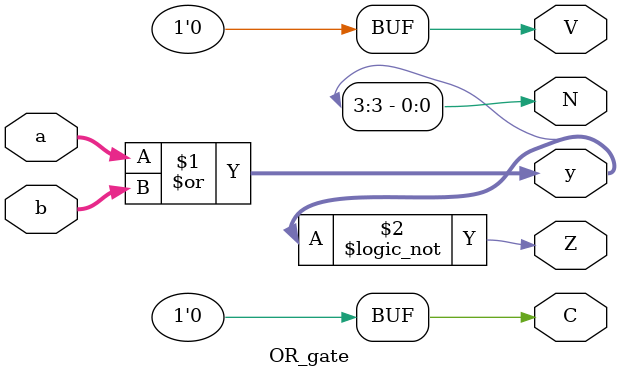
<source format=sv>
module OR_gate
	#(parameter width = 4)(
	input logic  [width-1:0]a,
	input logic  [width-1:0]b,
	output logic [width-1:0]y,
	output logic N,
   output logic Z,
   output logic C,
   output logic V
);			

	assign y = a | b;
	
	//flags 
	assign N = y[3];       //MSB
	assign Z = (y == 4'd0); //y en cero
	assign C = 1'b0;        //Sin carry
	assign V = 1'b0;        //Sin Overflow
	
endmodule
</source>
